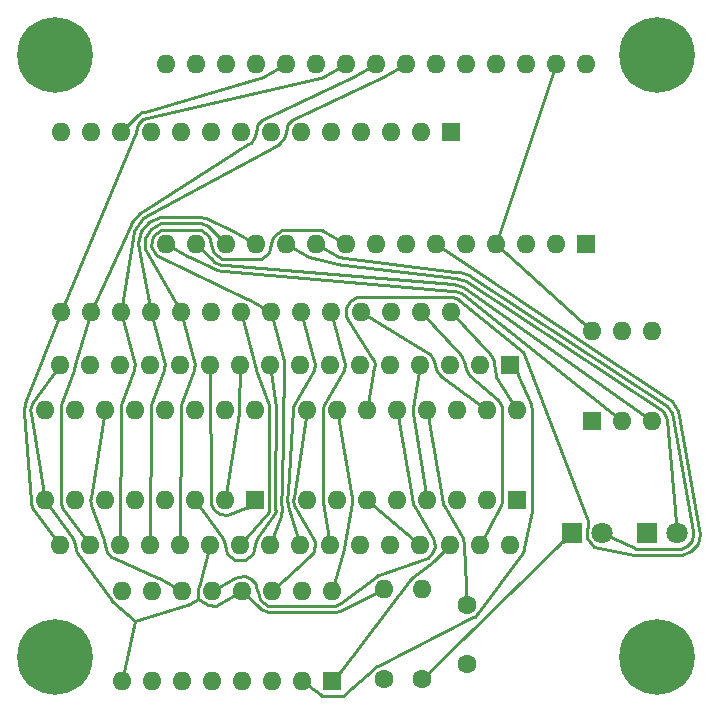
<source format=gbr>
G04 #@! TF.GenerationSoftware,KiCad,Pcbnew,(5.0.0-rc2-dev-720-g9704891c8)*
G04 #@! TF.CreationDate,2018-05-14T16:41:22+09:00*
G04 #@! TF.ProjectId,eeprom_programmer,656570726F6D5F70726F6772616D6D65,rev?*
G04 #@! TF.SameCoordinates,Original*
G04 #@! TF.FileFunction,Copper,L1,Top,Signal*
G04 #@! TF.FilePolarity,Positive*
%FSLAX46Y46*%
G04 Gerber Fmt 4.6, Leading zero omitted, Abs format (unit mm)*
G04 Created by KiCad (PCBNEW (5.0.0-rc2-dev-720-g9704891c8)) date 05/14/18 16:41:22*
%MOMM*%
%LPD*%
G01*
G04 APERTURE LIST*
%ADD10C,1.600000*%
%ADD11O,1.600000X1.600000*%
%ADD12R,1.600000X1.600000*%
%ADD13R,1.800000X1.800000*%
%ADD14C,1.800000*%
%ADD15C,6.400000*%
%ADD16C,0.250000*%
G04 APERTURE END LIST*
D10*
X109370000Y-71025000D03*
X109370000Y-76025000D03*
D11*
X98000000Y-69880000D03*
X80220000Y-77500000D03*
X95460000Y-69880000D03*
X82760000Y-77500000D03*
X92920000Y-69880000D03*
X85300000Y-77500000D03*
X90380000Y-69880000D03*
X87840000Y-77500000D03*
X87840000Y-69880000D03*
X90380000Y-77500000D03*
X85300000Y-69880000D03*
X92920000Y-77500000D03*
X82760000Y-69880000D03*
X95460000Y-77500000D03*
X80220000Y-69880000D03*
D12*
X98000000Y-77500000D03*
D13*
X118315000Y-64985000D03*
D14*
X120855000Y-64985000D03*
D12*
X113030000Y-50760000D03*
D11*
X74930000Y-66000000D03*
X110490000Y-50760000D03*
X77470000Y-66000000D03*
X107950000Y-50760000D03*
X80010000Y-66000000D03*
X105410000Y-50760000D03*
X82550000Y-66000000D03*
X102870000Y-50760000D03*
X85090000Y-66000000D03*
X100330000Y-50760000D03*
X87630000Y-66000000D03*
X97790000Y-50760000D03*
X90170000Y-66000000D03*
X95250000Y-50760000D03*
X92710000Y-66000000D03*
X92710000Y-50760000D03*
X95250000Y-66000000D03*
X90170000Y-50760000D03*
X97790000Y-66000000D03*
X87630000Y-50760000D03*
X100330000Y-66000000D03*
X85090000Y-50760000D03*
X102870000Y-66000000D03*
X82550000Y-50760000D03*
X105410000Y-66000000D03*
X80010000Y-50760000D03*
X107950000Y-66000000D03*
X77470000Y-50760000D03*
X110490000Y-66000000D03*
X74930000Y-50760000D03*
X113030000Y-66000000D03*
X105560000Y-69675000D03*
D10*
X105560000Y-77295000D03*
D14*
X127205000Y-64985000D03*
D13*
X124665000Y-64985000D03*
D12*
X91440000Y-62190000D03*
D11*
X73660000Y-54570000D03*
X88900000Y-62190000D03*
X76200000Y-54570000D03*
X86360000Y-62190000D03*
X78740000Y-54570000D03*
X83820000Y-62190000D03*
X81280000Y-54570000D03*
X81280000Y-62190000D03*
X83820000Y-54570000D03*
X78740000Y-62190000D03*
X86360000Y-54570000D03*
X76200000Y-62190000D03*
X88900000Y-54570000D03*
X73660000Y-62190000D03*
X91440000Y-54570000D03*
X102385000Y-69675000D03*
D10*
X102385000Y-77295000D03*
D12*
X119500000Y-40500000D03*
D11*
X86480000Y-25260000D03*
X116960000Y-40500000D03*
X89020000Y-25260000D03*
X114420000Y-40500000D03*
X91560000Y-25260000D03*
X111880000Y-40500000D03*
X94100000Y-25260000D03*
X109340000Y-40500000D03*
X96640000Y-25260000D03*
X106800000Y-40500000D03*
X99180000Y-25260000D03*
X104260000Y-40500000D03*
X101720000Y-25260000D03*
X101720000Y-40500000D03*
X104260000Y-25260000D03*
X99180000Y-40500000D03*
X106800000Y-25260000D03*
X96640000Y-40500000D03*
X109340000Y-25260000D03*
X94100000Y-40500000D03*
X111880000Y-25260000D03*
X91560000Y-40500000D03*
X114420000Y-25260000D03*
X89020000Y-40500000D03*
X116960000Y-25260000D03*
X86480000Y-40500000D03*
X119500000Y-25260000D03*
X83940000Y-40500000D03*
X83940000Y-25260000D03*
X113665000Y-54570000D03*
X95885000Y-62190000D03*
X111125000Y-54570000D03*
X98425000Y-62190000D03*
X108585000Y-54570000D03*
X100965000Y-62190000D03*
X106045000Y-54570000D03*
X103505000Y-62190000D03*
X103505000Y-54570000D03*
X106045000Y-62190000D03*
X100965000Y-54570000D03*
X108585000Y-62190000D03*
X98425000Y-54570000D03*
X111125000Y-62190000D03*
X95885000Y-54570000D03*
D12*
X113665000Y-62190000D03*
X120000000Y-55500000D03*
D11*
X125080000Y-47880000D03*
X122540000Y-55500000D03*
X122540000Y-47880000D03*
X125080000Y-55500000D03*
X120000000Y-47880000D03*
D15*
X125500000Y-24500000D03*
X74500000Y-24500000D03*
X74500000Y-75500000D03*
X125500000Y-75500000D03*
D12*
X108000000Y-31000000D03*
D11*
X74980000Y-46240000D03*
X105460000Y-31000000D03*
X77520000Y-46240000D03*
X102920000Y-31000000D03*
X80060000Y-46240000D03*
X100380000Y-31000000D03*
X82600000Y-46240000D03*
X97840000Y-31000000D03*
X85140000Y-46240000D03*
X95300000Y-31000000D03*
X87680000Y-46240000D03*
X92760000Y-31000000D03*
X90220000Y-46240000D03*
X90220000Y-31000000D03*
X92760000Y-46240000D03*
X87680000Y-31000000D03*
X95300000Y-46240000D03*
X85140000Y-31000000D03*
X97840000Y-46240000D03*
X82600000Y-31000000D03*
X100380000Y-46240000D03*
X80060000Y-31000000D03*
X102920000Y-46240000D03*
X77520000Y-31000000D03*
X105460000Y-46240000D03*
X74980000Y-31000000D03*
X108000000Y-46240000D03*
D16*
X102385000Y-69675000D02*
X98792900Y-71468300D01*
X98000000Y-71655200D02*
X98206400Y-71655200D01*
X98206400Y-71655200D02*
X98608200Y-71560500D01*
X98608200Y-71560500D02*
X98792900Y-71468300D01*
X98000000Y-71655200D02*
X92920000Y-71655200D01*
X91679300Y-71149700D02*
X91928000Y-71392800D01*
X91928000Y-71392800D02*
X92572200Y-71655200D01*
X92572200Y-71655200D02*
X92920000Y-71655200D01*
X91679300Y-71149700D02*
X90380000Y-69880000D01*
X86596600Y-70553000D02*
X85904400Y-70945600D01*
X85671400Y-71047500D02*
X85732200Y-71028200D01*
X85732200Y-71028200D02*
X85849000Y-70977100D01*
X85849000Y-70977100D02*
X85904400Y-70945600D01*
X85671400Y-71047500D02*
X81264300Y-72449300D01*
X120000000Y-47880000D02*
X111880000Y-40500000D01*
X116960000Y-25260000D02*
X111880000Y-40500000D01*
X73660000Y-62190000D02*
X72450800Y-54767000D01*
X72671300Y-53846500D02*
X72525900Y-54045200D01*
X72525900Y-54045200D02*
X72411200Y-54524000D01*
X72411200Y-54524000D02*
X72450800Y-54767000D01*
X72671300Y-53846500D02*
X74930000Y-50760000D01*
X86596600Y-70553000D02*
X87197500Y-70923100D01*
X87197500Y-70923100D02*
X87479300Y-71096700D01*
X87479300Y-71096700D02*
X88141000Y-71112800D01*
X88141000Y-71112800D02*
X88430900Y-70953200D01*
X88430900Y-70953200D02*
X90380000Y-69880000D01*
X80220000Y-77500000D02*
X81264300Y-72449300D01*
X106045000Y-54570000D02*
X107377300Y-62395600D01*
X107377300Y-62395600D02*
X107395500Y-62502600D01*
X107395500Y-62502600D02*
X107469000Y-62706800D01*
X107469000Y-62706800D02*
X107523100Y-62800900D01*
X107523100Y-62800900D02*
X109011900Y-65389100D01*
X109174200Y-65952700D02*
X109168500Y-65804000D01*
X109168500Y-65804000D02*
X109086100Y-65518100D01*
X109086100Y-65518100D02*
X109011900Y-65389100D01*
X109174200Y-65952700D02*
X109370000Y-71025000D01*
X73660000Y-62190000D02*
X75918700Y-65276500D01*
X76111800Y-65677100D02*
X76082300Y-65569000D01*
X76082300Y-65569000D02*
X75984900Y-65367000D01*
X75984900Y-65367000D02*
X75918700Y-65276500D01*
X76111800Y-65677100D02*
X76288200Y-66322900D01*
X76288200Y-66322900D02*
X76316500Y-66426500D01*
X76316500Y-66426500D02*
X76408400Y-66620800D01*
X76408400Y-66620800D02*
X76470500Y-66708400D01*
X76470500Y-66708400D02*
X79220500Y-70588400D01*
X79220500Y-70588400D02*
X79260800Y-70645200D01*
X79260800Y-70645200D02*
X79353600Y-70748900D01*
X79353600Y-70748900D02*
X79405600Y-70795200D01*
X79405600Y-70795200D02*
X81264300Y-72449300D01*
X86596600Y-70553000D02*
X86615300Y-69847500D01*
X86658200Y-69557100D02*
X86638800Y-69628100D01*
X86638800Y-69628100D02*
X86617300Y-69773900D01*
X86617300Y-69773900D02*
X86615300Y-69847500D01*
X86658200Y-69557100D02*
X87630000Y-66000000D01*
X94100000Y-25260000D02*
X92150900Y-26333200D01*
X91903200Y-26436100D02*
X91967800Y-26417300D01*
X91967800Y-26417300D02*
X92092000Y-26365700D01*
X92092000Y-26365700D02*
X92150900Y-26333200D01*
X91903200Y-26436100D02*
X82102700Y-29295900D01*
X82102700Y-29295900D02*
X81892900Y-29357100D01*
X81892900Y-29357100D02*
X81515600Y-29577600D01*
X81515600Y-29577600D02*
X81359300Y-29730300D01*
X81359300Y-29730300D02*
X80060000Y-31000000D01*
X78740000Y-54570000D02*
X77530800Y-61993000D01*
X77530800Y-61993000D02*
X77506200Y-62143700D01*
X77506200Y-62143700D02*
X77532600Y-62447900D01*
X77532600Y-62447900D02*
X77582800Y-62592100D01*
X77582800Y-62592100D02*
X78627200Y-65597900D01*
X78651800Y-65677100D02*
X78627200Y-65597900D01*
X78651800Y-65677100D02*
X78828200Y-66322900D01*
X78828200Y-66322900D02*
X78901300Y-66590600D01*
X78901300Y-66590600D02*
X79264100Y-67010700D01*
X79264100Y-67010700D02*
X79518300Y-67122100D01*
X79518300Y-67122100D02*
X83251700Y-68757900D01*
X83350900Y-68806800D02*
X83326700Y-68793500D01*
X83326700Y-68793500D02*
X83277000Y-68769000D01*
X83277000Y-68769000D02*
X83251700Y-68757900D01*
X83350900Y-68806800D02*
X85300000Y-69880000D01*
X106800000Y-40500000D02*
X119317500Y-48897400D01*
X119317500Y-48897400D02*
X119323800Y-48901600D01*
X119323800Y-48901600D02*
X126363400Y-53561000D01*
X127370200Y-55097300D02*
X127287300Y-54625900D01*
X127287300Y-54625900D02*
X126762600Y-53825100D01*
X126762600Y-53825100D02*
X126363400Y-53561000D01*
X127370200Y-55097300D02*
X129051900Y-64660200D01*
X127205000Y-66860200D02*
X127620600Y-66860200D01*
X127620600Y-66860200D02*
X128374000Y-66509000D01*
X128374000Y-66509000D02*
X128908400Y-65872400D01*
X128908400Y-65872400D02*
X129123800Y-65069500D01*
X129123800Y-65069500D02*
X129051900Y-64660200D01*
X127205000Y-66860200D02*
X123765000Y-66860200D01*
X123568400Y-66840200D02*
X123616900Y-66850200D01*
X123616900Y-66850200D02*
X123715500Y-66860200D01*
X123715500Y-66860200D02*
X123765000Y-66860200D01*
X123568400Y-66840200D02*
X120598900Y-66228900D01*
X119588800Y-64886600D02*
X119551600Y-65365100D01*
X119551600Y-65365100D02*
X120128800Y-66132100D01*
X120128800Y-66132100D02*
X120598900Y-66228900D01*
X119588800Y-64886600D02*
X119638800Y-64242900D01*
X119638800Y-64242900D02*
X119639400Y-64234700D01*
X119639400Y-64234700D02*
X119640100Y-64218200D01*
X119640100Y-64218200D02*
X119640100Y-64210000D01*
X119640100Y-64210000D02*
X119640100Y-64085000D01*
X119640100Y-64085000D02*
X119640100Y-64046200D01*
X119640100Y-64046200D02*
X119626000Y-63969900D01*
X119626000Y-63969900D02*
X119612200Y-63933600D01*
X119612200Y-63933600D02*
X114227200Y-49808600D01*
X114227200Y-49808600D02*
X114207300Y-49756400D01*
X114207300Y-49756400D02*
X114141900Y-49665800D01*
X114141900Y-49665800D02*
X114098600Y-49630500D01*
X114098600Y-49630500D02*
X108774000Y-45290400D01*
X108774000Y-45290400D02*
X108610000Y-45156800D01*
X108610000Y-45156800D02*
X108211500Y-45014900D01*
X108211500Y-45014900D02*
X108000000Y-45014900D01*
X108000000Y-45014900D02*
X100380000Y-45014900D01*
X100380000Y-45014900D02*
X100045500Y-45014900D01*
X100045500Y-45014900D02*
X99469200Y-45355000D01*
X99469200Y-45355000D02*
X99145800Y-45940700D01*
X99145800Y-45940700D02*
X99165000Y-46609500D01*
X99165000Y-46609500D02*
X99343200Y-46892600D01*
X99343200Y-46892600D02*
X101366800Y-50107400D01*
X101539900Y-50952300D02*
X101574900Y-50732300D01*
X101574900Y-50732300D02*
X101485500Y-50295900D01*
X101485500Y-50295900D02*
X101366800Y-50107400D01*
X101539900Y-50952300D02*
X100965000Y-54570000D01*
X99180000Y-25260000D02*
X97230900Y-26333200D01*
X96914300Y-26454000D02*
X96997300Y-26434900D01*
X96997300Y-26434900D02*
X97156300Y-26374200D01*
X97156300Y-26374200D02*
X97230900Y-26333200D01*
X96914300Y-26454000D02*
X82325700Y-29806000D01*
X82325700Y-29806000D02*
X81995800Y-29881800D01*
X81995800Y-29881800D02*
X81507400Y-30350600D01*
X81507400Y-30350600D02*
X81418200Y-30677100D01*
X81418200Y-30677100D02*
X81241800Y-31322900D01*
X81189300Y-31474900D02*
X81204900Y-31437800D01*
X81204900Y-31437800D02*
X81231200Y-31361700D01*
X81231200Y-31361700D02*
X81241800Y-31322900D01*
X81189300Y-31474900D02*
X74980000Y-46240000D01*
X74980000Y-46240000D02*
X72004400Y-53929300D01*
X72004400Y-53929300D02*
X71933400Y-54112800D01*
X71933400Y-54112800D02*
X71875200Y-54502000D01*
X71875200Y-54502000D02*
X71889400Y-54698200D01*
X71889400Y-54698200D02*
X72438100Y-62278400D01*
X72438100Y-62278400D02*
X72450500Y-62450400D01*
X72450500Y-62450400D02*
X72569500Y-62774300D01*
X72569500Y-62774300D02*
X72671300Y-62913500D01*
X72671300Y-62913500D02*
X74930000Y-66000000D01*
X87840000Y-69880000D02*
X89789100Y-68806800D01*
X91561800Y-69557100D02*
X91487600Y-69285500D01*
X91487600Y-69285500D02*
X91116800Y-68861500D01*
X91116800Y-68861500D02*
X90598200Y-68642000D01*
X90598200Y-68642000D02*
X90035800Y-68671000D01*
X90035800Y-68671000D02*
X89789100Y-68806800D01*
X91561800Y-69557100D02*
X91738200Y-70202900D01*
X91738200Y-70202900D02*
X91847400Y-70602400D01*
X91847400Y-70602400D02*
X92505800Y-71105100D01*
X92505800Y-71105100D02*
X92920000Y-71105100D01*
X92920000Y-71105100D02*
X98000000Y-71105100D01*
X98000000Y-71105100D02*
X98197300Y-71105100D01*
X98197300Y-71105100D02*
X98572100Y-70981200D01*
X98572100Y-70981200D02*
X98730500Y-70863500D01*
X98730500Y-70863500D02*
X101654500Y-68691500D01*
X101974900Y-68520600D02*
X101888900Y-68551200D01*
X101888900Y-68551200D02*
X101727800Y-68637100D01*
X101727800Y-68637100D02*
X101654500Y-68691500D01*
X101974900Y-68520600D02*
X105820100Y-67154400D01*
X105820100Y-67154400D02*
X106077000Y-67063200D01*
X106077000Y-67063200D02*
X106464800Y-66680000D01*
X106464800Y-66680000D02*
X106653700Y-66168600D01*
X106653700Y-66168600D02*
X106607800Y-65625400D01*
X106607800Y-65625400D02*
X106471900Y-65389100D01*
X106471900Y-65389100D02*
X104983100Y-62800900D01*
X104837300Y-62395600D02*
X104855500Y-62502600D01*
X104855500Y-62502600D02*
X104929000Y-62706800D01*
X104929000Y-62706800D02*
X104983100Y-62800900D01*
X104837300Y-62395600D02*
X103505000Y-54570000D01*
X101720000Y-25260000D02*
X99770900Y-26333200D01*
X99703000Y-26367900D02*
X99770900Y-26333200D01*
X99703000Y-26367900D02*
X92237000Y-29892100D01*
X92237000Y-29892100D02*
X91994200Y-30006700D01*
X91994200Y-30006700D02*
X91648900Y-30418100D01*
X91648900Y-30418100D02*
X91578200Y-30677100D01*
X91578200Y-30677100D02*
X91401800Y-31322900D01*
X90877000Y-32034000D02*
X91070000Y-31911400D01*
X91070000Y-31911400D02*
X91341500Y-31543400D01*
X91341500Y-31543400D02*
X91401800Y-31322900D01*
X90877000Y-32034000D02*
X82103000Y-37608700D01*
X82103000Y-37608700D02*
X81686300Y-37873500D01*
X81686300Y-37873500D02*
X81036300Y-38616800D01*
X81036300Y-38616800D02*
X80829500Y-39065200D01*
X80829500Y-39065200D02*
X77520000Y-46240000D01*
X77520000Y-46240000D02*
X76294500Y-50414900D01*
X76294500Y-50414900D02*
X76288200Y-50437100D01*
X76288200Y-50437100D02*
X76111800Y-51082900D01*
X76087200Y-51162100D02*
X76111800Y-51082900D01*
X76087200Y-51162100D02*
X75042800Y-54167900D01*
X75042800Y-54167900D02*
X75009100Y-54264900D01*
X75009100Y-54264900D02*
X74974900Y-54467300D01*
X74974900Y-54467300D02*
X74974900Y-54570000D01*
X74974900Y-54570000D02*
X74974900Y-62190000D01*
X74974900Y-62190000D02*
X74974900Y-62385100D01*
X74974900Y-62385100D02*
X75096100Y-62756000D01*
X75096100Y-62756000D02*
X75211300Y-62913500D01*
X75211300Y-62913500D02*
X77470000Y-66000000D01*
X104260000Y-25260000D02*
X102310900Y-26333200D01*
X102243000Y-26367900D02*
X102310900Y-26333200D01*
X102243000Y-26367900D02*
X94777000Y-29892100D01*
X94777000Y-29892100D02*
X94534200Y-30006700D01*
X94534200Y-30006700D02*
X94188900Y-30418100D01*
X94188900Y-30418100D02*
X94118200Y-30677100D01*
X94118200Y-30677100D02*
X93941800Y-31322900D01*
X93348000Y-32074700D02*
X93566800Y-31955000D01*
X93566800Y-31955000D02*
X93876000Y-31563500D01*
X93876000Y-31563500D02*
X93941800Y-31322900D01*
X93348000Y-32074700D02*
X82559800Y-37977500D01*
X82559800Y-37977500D02*
X81980000Y-38294700D01*
X81980000Y-38294700D02*
X81213800Y-39371800D01*
X81213800Y-39371800D02*
X81104300Y-40023600D01*
X81104300Y-40023600D02*
X80060000Y-46240000D01*
X80060000Y-46240000D02*
X81192800Y-50441000D01*
X81167200Y-51162100D02*
X81227800Y-50987800D01*
X81227800Y-50987800D02*
X81240800Y-50619100D01*
X81240800Y-50619100D02*
X81192800Y-50441000D01*
X81167200Y-51162100D02*
X80122800Y-54167900D01*
X80122800Y-54167900D02*
X80089500Y-54263700D01*
X80089500Y-54263700D02*
X80055300Y-54463700D01*
X80055300Y-54463700D02*
X80054900Y-54565200D01*
X80054900Y-54565200D02*
X80010000Y-66000000D01*
X96640000Y-40500000D02*
X98589100Y-41573200D01*
X98589100Y-41573200D02*
X98692500Y-41630100D01*
X98692500Y-41630100D02*
X98917100Y-41702400D01*
X98917100Y-41702400D02*
X99034300Y-41716400D01*
X99034300Y-41716400D02*
X108407300Y-42838800D01*
X109882500Y-43378200D02*
X109550000Y-43159500D01*
X109550000Y-43159500D02*
X108802400Y-42886200D01*
X108802400Y-42886200D02*
X108407300Y-42838800D01*
X109882500Y-43378200D02*
X126055600Y-54016900D01*
X126828400Y-55192500D02*
X126764900Y-54831300D01*
X126764900Y-54831300D02*
X126362000Y-54218400D01*
X126362000Y-54218400D02*
X126055600Y-54016900D01*
X126828400Y-55192500D02*
X128510100Y-64755500D01*
X127205000Y-66310100D02*
X127498700Y-66310100D01*
X127498700Y-66310100D02*
X128031100Y-66061900D01*
X128031100Y-66061900D02*
X128408700Y-65612100D01*
X128408700Y-65612100D02*
X128560900Y-65044800D01*
X128560900Y-65044800D02*
X128510100Y-64755500D01*
X127205000Y-66310100D02*
X123765000Y-66310100D01*
X123583900Y-66269600D02*
X123626400Y-66289600D01*
X123626400Y-66289600D02*
X123718000Y-66310100D01*
X123718000Y-66310100D02*
X123765000Y-66310100D01*
X123583900Y-66269600D02*
X120855000Y-64985000D01*
X94100000Y-40500000D02*
X96049100Y-41573200D01*
X96049100Y-41573200D02*
X96125700Y-41615400D01*
X96125700Y-41615400D02*
X96289300Y-41677100D01*
X96289300Y-41677100D02*
X96374700Y-41696000D01*
X96374700Y-41696000D02*
X98795500Y-42233100D01*
X98795500Y-42233100D02*
X98838500Y-42242600D01*
X98838500Y-42242600D02*
X98925200Y-42257400D01*
X98925200Y-42257400D02*
X98968900Y-42262600D01*
X98968900Y-42262600D02*
X108341900Y-43385000D01*
X109580200Y-43837700D02*
X109301100Y-43654100D01*
X109301100Y-43654100D02*
X108673600Y-43424700D01*
X108673600Y-43424700D02*
X108341900Y-43385000D01*
X109580200Y-43837700D02*
X125753300Y-54476500D01*
X126299700Y-55385000D02*
X126273500Y-55107500D01*
X126273500Y-55107500D02*
X125986200Y-54629700D01*
X125986200Y-54629700D02*
X125753300Y-54476500D01*
X126299700Y-55385000D02*
X127205000Y-64985000D01*
X98425000Y-54570000D02*
X99634200Y-61993000D01*
X99633400Y-62391400D02*
X99649900Y-62292500D01*
X99649900Y-62292500D02*
X99650200Y-62092000D01*
X99650200Y-62092000D02*
X99634200Y-61993000D01*
X99633400Y-62391400D02*
X98998400Y-66201400D01*
X98971800Y-66322900D02*
X98980000Y-66292900D01*
X98980000Y-66292900D02*
X98993300Y-66232100D01*
X98993300Y-66232100D02*
X98998400Y-66201400D01*
X98971800Y-66322900D02*
X98000000Y-69880000D01*
X108000000Y-46240000D02*
X111392000Y-49931000D01*
X111708800Y-50636100D02*
X111688700Y-50438800D01*
X111688700Y-50438800D02*
X111526200Y-50077000D01*
X111526200Y-50077000D02*
X111392000Y-49931000D01*
X111708800Y-50636100D02*
X111807100Y-51603000D01*
X111807100Y-51603000D02*
X111812200Y-51653100D01*
X111812200Y-51653100D02*
X111845500Y-51748100D01*
X111845500Y-51748100D02*
X111872700Y-51790400D01*
X111872700Y-51790400D02*
X113665000Y-54570000D01*
X91560000Y-40500000D02*
X89610900Y-39426800D01*
X89610900Y-39426800D02*
X89550700Y-39395800D01*
X89550700Y-39395800D02*
X87487200Y-38404200D01*
X87487200Y-38404200D02*
X87251500Y-38290900D01*
X87251500Y-38290900D02*
X86741500Y-38174700D01*
X86741500Y-38174700D02*
X86480000Y-38174700D01*
X86480000Y-38174700D02*
X83940000Y-38174700D01*
X83940000Y-38174700D02*
X83424000Y-38174700D01*
X83424000Y-38174700D02*
X82488800Y-38611200D01*
X82488800Y-38611200D02*
X81826100Y-39402400D01*
X81826100Y-39402400D02*
X81560300Y-40399600D01*
X81560300Y-40399600D02*
X81650700Y-40907600D01*
X81650700Y-40907600D02*
X82600000Y-46240000D01*
X82600000Y-46240000D02*
X83732800Y-50441000D01*
X83707200Y-51162100D02*
X83767800Y-50987800D01*
X83767800Y-50987800D02*
X83780800Y-50619100D01*
X83780800Y-50619100D02*
X83732800Y-50441000D01*
X83707200Y-51162100D02*
X82662800Y-54167900D01*
X82662800Y-54167900D02*
X82629500Y-54263700D01*
X82629500Y-54263700D02*
X82595300Y-54463700D01*
X82595300Y-54463700D02*
X82594900Y-54565200D01*
X82594900Y-54565200D02*
X82550000Y-66000000D01*
X89020000Y-40500000D02*
X87720700Y-39230300D01*
X87720700Y-39230300D02*
X87472000Y-38987200D01*
X87472000Y-38987200D02*
X86827800Y-38724800D01*
X86827800Y-38724800D02*
X86480000Y-38724800D01*
X86480000Y-38724800D02*
X83940000Y-38724800D01*
X83940000Y-38724800D02*
X83466700Y-38724800D01*
X83466700Y-38724800D02*
X82645800Y-39196000D01*
X82645800Y-39196000D02*
X82168400Y-40013400D01*
X82168400Y-40013400D02*
X82161300Y-40960000D01*
X82161300Y-40960000D02*
X82393900Y-41372200D01*
X82393900Y-41372200D02*
X85140000Y-46240000D01*
X85140000Y-46240000D02*
X86272800Y-50441000D01*
X86247200Y-51162100D02*
X86307800Y-50987800D01*
X86307800Y-50987800D02*
X86320800Y-50619100D01*
X86320800Y-50619100D02*
X86272800Y-50441000D01*
X86247200Y-51162100D02*
X85202800Y-54167900D01*
X85202800Y-54167900D02*
X85169500Y-54263700D01*
X85169500Y-54263700D02*
X85135300Y-54463700D01*
X85135300Y-54463700D02*
X85134900Y-54565200D01*
X85134900Y-54565200D02*
X85090000Y-66000000D01*
X105560000Y-77295000D02*
X117327600Y-65795600D01*
X117415000Y-65760000D02*
X117390500Y-65760000D01*
X117390500Y-65760000D02*
X117345100Y-65778500D01*
X117345100Y-65778500D02*
X117327600Y-65795600D01*
X117415000Y-65760000D02*
X117540000Y-65760000D01*
X117540000Y-65760000D02*
X118315000Y-64985000D01*
X91440000Y-62190000D02*
X90765000Y-62865000D01*
X90765000Y-62865000D02*
X90640000Y-62865000D01*
X90640000Y-62865000D02*
X90629000Y-62865000D01*
X90629000Y-62865000D02*
X90607300Y-62868800D01*
X90607300Y-62868800D02*
X90597000Y-62872600D01*
X90597000Y-62872600D02*
X89321700Y-63340200D01*
X87674900Y-62194800D02*
X87676100Y-62494300D01*
X87676100Y-62494300D02*
X87954600Y-63024700D01*
X87954600Y-63024700D02*
X88446300Y-63366800D01*
X88446300Y-63366800D02*
X89040500Y-63443300D01*
X89040500Y-63443300D02*
X89321700Y-63340200D01*
X87674900Y-62194800D02*
X87630000Y-50760000D01*
X88900000Y-62190000D02*
X90109200Y-54767000D01*
X90109200Y-54767000D02*
X90116600Y-54721700D01*
X90116600Y-54721700D02*
X90124500Y-54630300D01*
X90124500Y-54630300D02*
X90125000Y-54584400D01*
X90125000Y-54584400D02*
X90170000Y-50760000D01*
X86360000Y-62190000D02*
X88618700Y-65276500D01*
X88811800Y-65677100D02*
X88782300Y-65569000D01*
X88782300Y-65569000D02*
X88684900Y-65367000D01*
X88684900Y-65367000D02*
X88618700Y-65276500D01*
X88811800Y-65677100D02*
X88988200Y-66322900D01*
X88988200Y-66322900D02*
X89097400Y-66722400D01*
X89097400Y-66722400D02*
X89755800Y-67225100D01*
X89755800Y-67225100D02*
X90584200Y-67225100D01*
X90584200Y-67225100D02*
X91242600Y-66722400D01*
X91242600Y-66722400D02*
X91351800Y-66322900D01*
X91351800Y-66322900D02*
X91528200Y-65677100D01*
X91722600Y-65274700D02*
X91655900Y-65365500D01*
X91655900Y-65365500D02*
X91557900Y-65568400D01*
X91557900Y-65568400D02*
X91528200Y-65677100D01*
X91722600Y-65274700D02*
X92994000Y-63543900D01*
X92994000Y-63543900D02*
X93088100Y-63415800D01*
X93088100Y-63415800D02*
X93181200Y-63111700D01*
X93181200Y-63111700D02*
X93174900Y-62952800D01*
X93174900Y-62952800D02*
X93148900Y-62298800D01*
X93148900Y-62081200D02*
X93146700Y-62135600D01*
X93146700Y-62135600D02*
X93146700Y-62244400D01*
X93146700Y-62244400D02*
X93148900Y-62298800D01*
X93148900Y-62081200D02*
X93174900Y-61427200D01*
X93174900Y-61427200D02*
X93175600Y-61395400D01*
X93175600Y-61395400D02*
X93215200Y-54580300D01*
X93215200Y-54580300D02*
X93215600Y-54517300D01*
X93215600Y-54517300D02*
X93207400Y-54391500D01*
X93207400Y-54391500D02*
X93198800Y-54329100D01*
X93198800Y-54329100D02*
X92710000Y-50760000D01*
X100380000Y-46240000D02*
X106050200Y-49715500D01*
X106591800Y-50437100D02*
X106530200Y-50211600D01*
X106530200Y-50211600D02*
X106249500Y-49837600D01*
X106249500Y-49837600D02*
X106050200Y-49715500D01*
X106591800Y-50437100D02*
X106768200Y-51082900D01*
X106768200Y-51082900D02*
X106823400Y-51285100D01*
X106823400Y-51285100D02*
X107062000Y-51629700D01*
X107062000Y-51629700D02*
X107231800Y-51752500D01*
X107231800Y-51752500D02*
X111125000Y-54570000D01*
X105410000Y-66000000D02*
X100965000Y-62190000D01*
X105410000Y-50760000D02*
X104835100Y-54377700D01*
X104835100Y-54377700D02*
X104819700Y-54474400D01*
X104819700Y-54474400D02*
X104820100Y-54670300D01*
X104820100Y-54670300D02*
X104835800Y-54767000D01*
X104835800Y-54767000D02*
X106045000Y-62190000D01*
X95300000Y-46240000D02*
X96432800Y-50441000D01*
X96311900Y-51370900D02*
X96433400Y-51159700D01*
X96433400Y-51159700D02*
X96496300Y-50676300D01*
X96496300Y-50676300D02*
X96432800Y-50441000D01*
X96311900Y-51370900D02*
X94823100Y-53959100D01*
X94823100Y-53959100D02*
X94752400Y-54082000D01*
X94752400Y-54082000D02*
X94670900Y-54353600D01*
X94670900Y-54353600D02*
X94662200Y-54495100D01*
X94662200Y-54495100D02*
X94232500Y-61512000D01*
X94227800Y-61572600D02*
X94232500Y-61512000D01*
X94227800Y-61572600D02*
X94185500Y-62033900D01*
X94185500Y-62033900D02*
X94170500Y-62197600D01*
X94170500Y-62197600D02*
X94203400Y-62524800D01*
X94203400Y-62524800D02*
X94250800Y-62682200D01*
X94250800Y-62682200D02*
X95250000Y-66000000D01*
X90220000Y-46240000D02*
X91527300Y-51079500D01*
X91527300Y-51079500D02*
X91532900Y-51100400D01*
X91532900Y-51100400D02*
X91545700Y-51141700D01*
X91545700Y-51141700D02*
X91552800Y-51162100D01*
X91552800Y-51162100D02*
X92597200Y-54167900D01*
X92665100Y-54573600D02*
X92665400Y-54470000D01*
X92665400Y-54470000D02*
X92631200Y-54265700D01*
X92631200Y-54265700D02*
X92597200Y-54167900D01*
X92665100Y-54573600D02*
X92645300Y-61391200D01*
X92645300Y-61391200D02*
X92645200Y-61397700D01*
X92645200Y-61397700D02*
X92631400Y-62128400D01*
X92631400Y-62128400D02*
X92631400Y-62251600D01*
X92631400Y-62251600D02*
X92645200Y-62982300D01*
X92546400Y-63255300D02*
X92595500Y-63198500D01*
X92595500Y-63198500D02*
X92646600Y-63057400D01*
X92646600Y-63057400D02*
X92645200Y-62982300D01*
X92546400Y-63255300D02*
X90170000Y-66000000D01*
X95885000Y-54570000D02*
X94708800Y-62003900D01*
X94708800Y-62003900D02*
X94677500Y-62202000D01*
X94677500Y-62202000D02*
X94748000Y-62596900D01*
X94748000Y-62596900D02*
X94846100Y-62771900D01*
X94846100Y-62771900D02*
X96318900Y-65401300D01*
X96090300Y-66891500D02*
X96397000Y-66602400D01*
X96397000Y-66602400D02*
X96524800Y-65769100D01*
X96524800Y-65769100D02*
X96318900Y-65401300D01*
X96090300Y-66891500D02*
X92920000Y-69880000D01*
X97840000Y-46240000D02*
X98972800Y-50441000D01*
X98851900Y-51370900D02*
X98973400Y-51159700D01*
X98973400Y-51159700D02*
X99036300Y-50676300D01*
X99036300Y-50676300D02*
X98972800Y-50441000D01*
X98851900Y-51370900D02*
X97363100Y-53959100D01*
X97363100Y-53959100D02*
X97282900Y-54098500D01*
X97282900Y-54098500D02*
X97199900Y-54409200D01*
X97199900Y-54409200D02*
X97199900Y-54570000D01*
X97199900Y-54570000D02*
X97199900Y-62190000D01*
X97199900Y-62190000D02*
X97199900Y-62238300D01*
X97199900Y-62238300D02*
X97207500Y-62334600D01*
X97207500Y-62334600D02*
X97215100Y-62382300D01*
X97215100Y-62382300D02*
X97790000Y-66000000D01*
X107950000Y-66000000D02*
X106650700Y-67269700D01*
X106495000Y-67405000D02*
X106535800Y-67373500D01*
X106535800Y-67373500D02*
X106613700Y-67305700D01*
X106613700Y-67305700D02*
X106650700Y-67269700D01*
X106495000Y-67405000D02*
X104811200Y-68705400D01*
X104811200Y-68705400D02*
X104748100Y-68754200D01*
X104748100Y-68754200D02*
X104635500Y-68867200D01*
X104635500Y-68867200D02*
X104587000Y-68930600D01*
X104587000Y-68930600D02*
X98700700Y-76624000D01*
X98700700Y-76624000D02*
X98688200Y-76640400D01*
X98688200Y-76640400D02*
X98675000Y-76679400D01*
X98675000Y-76679400D02*
X98675000Y-76700000D01*
X98675000Y-76700000D02*
X98675000Y-76825000D01*
X98675000Y-76825000D02*
X98000000Y-77500000D01*
X113030000Y-50760000D02*
X113705000Y-51435000D01*
X113705000Y-51435000D02*
X113705000Y-51560000D01*
X113705000Y-51560000D02*
X113705000Y-51572800D01*
X113705000Y-51572800D02*
X113710200Y-51598000D01*
X113710200Y-51598000D02*
X113715300Y-51609800D01*
X113715300Y-51609800D02*
X114788800Y-54082100D01*
X114890100Y-54570000D02*
X114890100Y-54444100D01*
X114890100Y-54444100D02*
X114838900Y-54197600D01*
X114838900Y-54197600D02*
X114788800Y-54082100D01*
X114890100Y-54570000D02*
X114890100Y-62990000D01*
X114881400Y-63075500D02*
X114885700Y-63054400D01*
X114885700Y-63054400D02*
X114890100Y-63011500D01*
X114890100Y-63011500D02*
X114890100Y-62990000D01*
X114881400Y-63075500D02*
X114230000Y-66246500D01*
X114020300Y-66721300D02*
X114097600Y-66615200D01*
X114097600Y-66615200D02*
X114203700Y-66375100D01*
X114203700Y-66375100D02*
X114230000Y-66246500D01*
X114020300Y-66721300D02*
X110360300Y-71746300D01*
X109922000Y-72118700D02*
X110052200Y-72053000D01*
X110052200Y-72053000D02*
X110274400Y-71864100D01*
X110274400Y-71864100D02*
X110360300Y-71746300D01*
X109922000Y-72118700D02*
X101833000Y-76201300D01*
X101833000Y-76201300D02*
X101760400Y-76237900D01*
X101760400Y-76237900D02*
X101626200Y-76329800D01*
X101626200Y-76329800D02*
X101565700Y-76384100D01*
X101565700Y-76384100D02*
X99084300Y-78616100D01*
X98800000Y-78725100D02*
X98878700Y-78725100D01*
X98878700Y-78725100D02*
X99025700Y-78668700D01*
X99025700Y-78668700D02*
X99084300Y-78616100D01*
X98800000Y-78725100D02*
X97200000Y-78725100D01*
X96941100Y-78637200D02*
X96996800Y-78680000D01*
X96996800Y-78680000D02*
X97129800Y-78725100D01*
X97129800Y-78725100D02*
X97200000Y-78725100D01*
X96941100Y-78637200D02*
X95460000Y-77500000D01*
X105460000Y-46240000D02*
X108852000Y-49931000D01*
X109131800Y-50437100D02*
X109093100Y-50295600D01*
X109093100Y-50295600D02*
X108951300Y-50039000D01*
X108951300Y-50039000D02*
X108852000Y-49931000D01*
X109131800Y-50437100D02*
X109308200Y-51082900D01*
X109308200Y-51082900D02*
X109355800Y-51257200D01*
X109355800Y-51257200D02*
X109547600Y-51563400D01*
X109547600Y-51563400D02*
X109683600Y-51682300D01*
X109683600Y-51682300D02*
X111931400Y-53647700D01*
X112350100Y-54570000D02*
X112350100Y-54304900D01*
X112350100Y-54304900D02*
X112130900Y-53822200D01*
X112130900Y-53822200D02*
X111931400Y-53647700D01*
X112350100Y-54570000D02*
X112350100Y-62190000D01*
X112207200Y-62764300D02*
X112277600Y-62631600D01*
X112277600Y-62631600D02*
X112350100Y-62340200D01*
X112350100Y-62340200D02*
X112350100Y-62190000D01*
X112207200Y-62764300D02*
X110490000Y-66000000D01*
X99180000Y-40500000D02*
X97230900Y-39426800D01*
X97230900Y-39426800D02*
X97095100Y-39352100D01*
X97095100Y-39352100D02*
X96795000Y-39274900D01*
X96795000Y-39274900D02*
X96640000Y-39274900D01*
X96640000Y-39274900D02*
X94100000Y-39274900D01*
X94100000Y-39274900D02*
X93685800Y-39274900D01*
X93685800Y-39274900D02*
X93027400Y-39777600D01*
X93027400Y-39777600D02*
X92918200Y-40177100D01*
X92918200Y-40177100D02*
X92741800Y-40822900D01*
X91560000Y-41725100D02*
X91974200Y-41725100D01*
X91974200Y-41725100D02*
X92632600Y-41222400D01*
X92632600Y-41222400D02*
X92741800Y-40822900D01*
X91560000Y-41725100D02*
X89020000Y-41725100D01*
X87838200Y-40822900D02*
X87947400Y-41222400D01*
X87947400Y-41222400D02*
X88605800Y-41725100D01*
X88605800Y-41725100D02*
X89020000Y-41725100D01*
X87838200Y-40822900D02*
X87661800Y-40177100D01*
X87661800Y-40177100D02*
X87552600Y-39777600D01*
X87552600Y-39777600D02*
X86894200Y-39274900D01*
X86894200Y-39274900D02*
X86480000Y-39274900D01*
X86480000Y-39274900D02*
X83940000Y-39274900D01*
X83940000Y-39274900D02*
X83511200Y-39274900D01*
X83511200Y-39274900D02*
X82840900Y-39809600D01*
X82840900Y-39809600D02*
X82650200Y-40645700D01*
X82650200Y-40645700D02*
X83022500Y-41418100D01*
X83022500Y-41418100D02*
X83408900Y-41604000D01*
X83408900Y-41604000D02*
X90751100Y-45136000D01*
X90810900Y-45166800D02*
X90751100Y-45136000D01*
X90810900Y-45166800D02*
X92760000Y-46240000D01*
X92760000Y-46240000D02*
X93892800Y-50441000D01*
X93934800Y-50786400D02*
X93936700Y-50699000D01*
X93936700Y-50699000D02*
X93915600Y-50525400D01*
X93915600Y-50525400D02*
X93892800Y-50441000D01*
X93934800Y-50786400D02*
X93705600Y-61421600D01*
X93702900Y-61483000D02*
X93705600Y-61421600D01*
X93702900Y-61483000D02*
X93667000Y-62049000D01*
X93667000Y-62049000D02*
X93662500Y-62119400D01*
X93662500Y-62119400D02*
X93662500Y-62260600D01*
X93662500Y-62260600D02*
X93667000Y-62331000D01*
X93667000Y-62331000D02*
X93702900Y-62897000D01*
X93618500Y-63488700D02*
X93669900Y-63346700D01*
X93669900Y-63346700D02*
X93712600Y-63047700D01*
X93712600Y-63047700D02*
X93702900Y-62897000D01*
X93618500Y-63488700D02*
X92710000Y-66000000D01*
X125080000Y-55500000D02*
X109345000Y-44343100D01*
X109345000Y-44343100D02*
X109091500Y-44163400D01*
X109091500Y-44163400D02*
X108507900Y-43949600D01*
X108507900Y-43949600D02*
X108198300Y-43923200D01*
X108198300Y-43923200D02*
X88868600Y-42268700D01*
X87779300Y-41769700D02*
X88000000Y-41985400D01*
X88000000Y-41985400D02*
X88561100Y-42242500D01*
X88561100Y-42242500D02*
X88868600Y-42268700D01*
X87779300Y-41769700D02*
X86480000Y-40500000D01*
X122540000Y-55500000D02*
X109102700Y-44848800D01*
X109102700Y-44848800D02*
X108897800Y-44686400D01*
X108897800Y-44686400D02*
X108411900Y-44493500D01*
X108411900Y-44493500D02*
X108151400Y-44471300D01*
X108151400Y-44471300D02*
X88821700Y-42816800D01*
X88012800Y-42595800D02*
X88203300Y-42687400D01*
X88203300Y-42687400D02*
X88611100Y-42798800D01*
X88611100Y-42798800D02*
X88821700Y-42816800D01*
X88012800Y-42595800D02*
X85949300Y-41604200D01*
X85889100Y-41573200D02*
X85949300Y-41604200D01*
X85889100Y-41573200D02*
X83940000Y-40500000D01*
M02*

</source>
